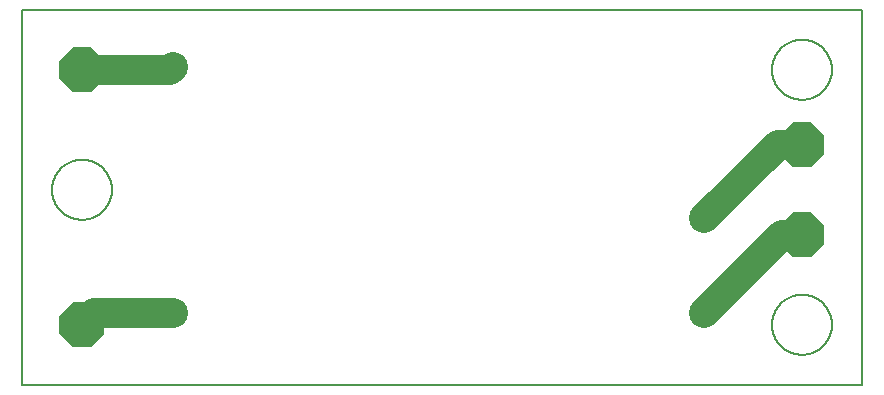
<source format=gtl>
G75*
%MOIN*%
%OFA0B0*%
%FSLAX25Y25*%
%IPPOS*%
%LPD*%
%AMOC8*
5,1,8,0,0,1.08239X$1,22.5*
%
%ADD10C,0.00600*%
%ADD11C,0.00500*%
%ADD12C,0.10000*%
%ADD13OC8,0.15000*%
%ADD14C,0.10000*%
D10*
X0001300Y0001300D02*
X0281300Y0001300D01*
X0281300Y0126300D01*
X0001300Y0126300D01*
X0001300Y0001300D01*
D11*
X0011300Y0066300D02*
X0011303Y0066545D01*
X0011312Y0066791D01*
X0011327Y0067036D01*
X0011348Y0067280D01*
X0011375Y0067524D01*
X0011408Y0067767D01*
X0011447Y0068010D01*
X0011492Y0068251D01*
X0011543Y0068491D01*
X0011600Y0068730D01*
X0011662Y0068967D01*
X0011731Y0069203D01*
X0011805Y0069437D01*
X0011885Y0069669D01*
X0011970Y0069899D01*
X0012061Y0070127D01*
X0012158Y0070352D01*
X0012260Y0070576D01*
X0012368Y0070796D01*
X0012481Y0071014D01*
X0012599Y0071229D01*
X0012723Y0071441D01*
X0012851Y0071650D01*
X0012985Y0071856D01*
X0013124Y0072058D01*
X0013268Y0072257D01*
X0013417Y0072452D01*
X0013570Y0072644D01*
X0013728Y0072832D01*
X0013890Y0073016D01*
X0014058Y0073195D01*
X0014229Y0073371D01*
X0014405Y0073542D01*
X0014584Y0073710D01*
X0014768Y0073872D01*
X0014956Y0074030D01*
X0015148Y0074183D01*
X0015343Y0074332D01*
X0015542Y0074476D01*
X0015744Y0074615D01*
X0015950Y0074749D01*
X0016159Y0074877D01*
X0016371Y0075001D01*
X0016586Y0075119D01*
X0016804Y0075232D01*
X0017024Y0075340D01*
X0017248Y0075442D01*
X0017473Y0075539D01*
X0017701Y0075630D01*
X0017931Y0075715D01*
X0018163Y0075795D01*
X0018397Y0075869D01*
X0018633Y0075938D01*
X0018870Y0076000D01*
X0019109Y0076057D01*
X0019349Y0076108D01*
X0019590Y0076153D01*
X0019833Y0076192D01*
X0020076Y0076225D01*
X0020320Y0076252D01*
X0020564Y0076273D01*
X0020809Y0076288D01*
X0021055Y0076297D01*
X0021300Y0076300D01*
X0021545Y0076297D01*
X0021791Y0076288D01*
X0022036Y0076273D01*
X0022280Y0076252D01*
X0022524Y0076225D01*
X0022767Y0076192D01*
X0023010Y0076153D01*
X0023251Y0076108D01*
X0023491Y0076057D01*
X0023730Y0076000D01*
X0023967Y0075938D01*
X0024203Y0075869D01*
X0024437Y0075795D01*
X0024669Y0075715D01*
X0024899Y0075630D01*
X0025127Y0075539D01*
X0025352Y0075442D01*
X0025576Y0075340D01*
X0025796Y0075232D01*
X0026014Y0075119D01*
X0026229Y0075001D01*
X0026441Y0074877D01*
X0026650Y0074749D01*
X0026856Y0074615D01*
X0027058Y0074476D01*
X0027257Y0074332D01*
X0027452Y0074183D01*
X0027644Y0074030D01*
X0027832Y0073872D01*
X0028016Y0073710D01*
X0028195Y0073542D01*
X0028371Y0073371D01*
X0028542Y0073195D01*
X0028710Y0073016D01*
X0028872Y0072832D01*
X0029030Y0072644D01*
X0029183Y0072452D01*
X0029332Y0072257D01*
X0029476Y0072058D01*
X0029615Y0071856D01*
X0029749Y0071650D01*
X0029877Y0071441D01*
X0030001Y0071229D01*
X0030119Y0071014D01*
X0030232Y0070796D01*
X0030340Y0070576D01*
X0030442Y0070352D01*
X0030539Y0070127D01*
X0030630Y0069899D01*
X0030715Y0069669D01*
X0030795Y0069437D01*
X0030869Y0069203D01*
X0030938Y0068967D01*
X0031000Y0068730D01*
X0031057Y0068491D01*
X0031108Y0068251D01*
X0031153Y0068010D01*
X0031192Y0067767D01*
X0031225Y0067524D01*
X0031252Y0067280D01*
X0031273Y0067036D01*
X0031288Y0066791D01*
X0031297Y0066545D01*
X0031300Y0066300D01*
X0031297Y0066055D01*
X0031288Y0065809D01*
X0031273Y0065564D01*
X0031252Y0065320D01*
X0031225Y0065076D01*
X0031192Y0064833D01*
X0031153Y0064590D01*
X0031108Y0064349D01*
X0031057Y0064109D01*
X0031000Y0063870D01*
X0030938Y0063633D01*
X0030869Y0063397D01*
X0030795Y0063163D01*
X0030715Y0062931D01*
X0030630Y0062701D01*
X0030539Y0062473D01*
X0030442Y0062248D01*
X0030340Y0062024D01*
X0030232Y0061804D01*
X0030119Y0061586D01*
X0030001Y0061371D01*
X0029877Y0061159D01*
X0029749Y0060950D01*
X0029615Y0060744D01*
X0029476Y0060542D01*
X0029332Y0060343D01*
X0029183Y0060148D01*
X0029030Y0059956D01*
X0028872Y0059768D01*
X0028710Y0059584D01*
X0028542Y0059405D01*
X0028371Y0059229D01*
X0028195Y0059058D01*
X0028016Y0058890D01*
X0027832Y0058728D01*
X0027644Y0058570D01*
X0027452Y0058417D01*
X0027257Y0058268D01*
X0027058Y0058124D01*
X0026856Y0057985D01*
X0026650Y0057851D01*
X0026441Y0057723D01*
X0026229Y0057599D01*
X0026014Y0057481D01*
X0025796Y0057368D01*
X0025576Y0057260D01*
X0025352Y0057158D01*
X0025127Y0057061D01*
X0024899Y0056970D01*
X0024669Y0056885D01*
X0024437Y0056805D01*
X0024203Y0056731D01*
X0023967Y0056662D01*
X0023730Y0056600D01*
X0023491Y0056543D01*
X0023251Y0056492D01*
X0023010Y0056447D01*
X0022767Y0056408D01*
X0022524Y0056375D01*
X0022280Y0056348D01*
X0022036Y0056327D01*
X0021791Y0056312D01*
X0021545Y0056303D01*
X0021300Y0056300D01*
X0021055Y0056303D01*
X0020809Y0056312D01*
X0020564Y0056327D01*
X0020320Y0056348D01*
X0020076Y0056375D01*
X0019833Y0056408D01*
X0019590Y0056447D01*
X0019349Y0056492D01*
X0019109Y0056543D01*
X0018870Y0056600D01*
X0018633Y0056662D01*
X0018397Y0056731D01*
X0018163Y0056805D01*
X0017931Y0056885D01*
X0017701Y0056970D01*
X0017473Y0057061D01*
X0017248Y0057158D01*
X0017024Y0057260D01*
X0016804Y0057368D01*
X0016586Y0057481D01*
X0016371Y0057599D01*
X0016159Y0057723D01*
X0015950Y0057851D01*
X0015744Y0057985D01*
X0015542Y0058124D01*
X0015343Y0058268D01*
X0015148Y0058417D01*
X0014956Y0058570D01*
X0014768Y0058728D01*
X0014584Y0058890D01*
X0014405Y0059058D01*
X0014229Y0059229D01*
X0014058Y0059405D01*
X0013890Y0059584D01*
X0013728Y0059768D01*
X0013570Y0059956D01*
X0013417Y0060148D01*
X0013268Y0060343D01*
X0013124Y0060542D01*
X0012985Y0060744D01*
X0012851Y0060950D01*
X0012723Y0061159D01*
X0012599Y0061371D01*
X0012481Y0061586D01*
X0012368Y0061804D01*
X0012260Y0062024D01*
X0012158Y0062248D01*
X0012061Y0062473D01*
X0011970Y0062701D01*
X0011885Y0062931D01*
X0011805Y0063163D01*
X0011731Y0063397D01*
X0011662Y0063633D01*
X0011600Y0063870D01*
X0011543Y0064109D01*
X0011492Y0064349D01*
X0011447Y0064590D01*
X0011408Y0064833D01*
X0011375Y0065076D01*
X0011348Y0065320D01*
X0011327Y0065564D01*
X0011312Y0065809D01*
X0011303Y0066055D01*
X0011300Y0066300D01*
X0251300Y0106300D02*
X0251303Y0106545D01*
X0251312Y0106791D01*
X0251327Y0107036D01*
X0251348Y0107280D01*
X0251375Y0107524D01*
X0251408Y0107767D01*
X0251447Y0108010D01*
X0251492Y0108251D01*
X0251543Y0108491D01*
X0251600Y0108730D01*
X0251662Y0108967D01*
X0251731Y0109203D01*
X0251805Y0109437D01*
X0251885Y0109669D01*
X0251970Y0109899D01*
X0252061Y0110127D01*
X0252158Y0110352D01*
X0252260Y0110576D01*
X0252368Y0110796D01*
X0252481Y0111014D01*
X0252599Y0111229D01*
X0252723Y0111441D01*
X0252851Y0111650D01*
X0252985Y0111856D01*
X0253124Y0112058D01*
X0253268Y0112257D01*
X0253417Y0112452D01*
X0253570Y0112644D01*
X0253728Y0112832D01*
X0253890Y0113016D01*
X0254058Y0113195D01*
X0254229Y0113371D01*
X0254405Y0113542D01*
X0254584Y0113710D01*
X0254768Y0113872D01*
X0254956Y0114030D01*
X0255148Y0114183D01*
X0255343Y0114332D01*
X0255542Y0114476D01*
X0255744Y0114615D01*
X0255950Y0114749D01*
X0256159Y0114877D01*
X0256371Y0115001D01*
X0256586Y0115119D01*
X0256804Y0115232D01*
X0257024Y0115340D01*
X0257248Y0115442D01*
X0257473Y0115539D01*
X0257701Y0115630D01*
X0257931Y0115715D01*
X0258163Y0115795D01*
X0258397Y0115869D01*
X0258633Y0115938D01*
X0258870Y0116000D01*
X0259109Y0116057D01*
X0259349Y0116108D01*
X0259590Y0116153D01*
X0259833Y0116192D01*
X0260076Y0116225D01*
X0260320Y0116252D01*
X0260564Y0116273D01*
X0260809Y0116288D01*
X0261055Y0116297D01*
X0261300Y0116300D01*
X0261545Y0116297D01*
X0261791Y0116288D01*
X0262036Y0116273D01*
X0262280Y0116252D01*
X0262524Y0116225D01*
X0262767Y0116192D01*
X0263010Y0116153D01*
X0263251Y0116108D01*
X0263491Y0116057D01*
X0263730Y0116000D01*
X0263967Y0115938D01*
X0264203Y0115869D01*
X0264437Y0115795D01*
X0264669Y0115715D01*
X0264899Y0115630D01*
X0265127Y0115539D01*
X0265352Y0115442D01*
X0265576Y0115340D01*
X0265796Y0115232D01*
X0266014Y0115119D01*
X0266229Y0115001D01*
X0266441Y0114877D01*
X0266650Y0114749D01*
X0266856Y0114615D01*
X0267058Y0114476D01*
X0267257Y0114332D01*
X0267452Y0114183D01*
X0267644Y0114030D01*
X0267832Y0113872D01*
X0268016Y0113710D01*
X0268195Y0113542D01*
X0268371Y0113371D01*
X0268542Y0113195D01*
X0268710Y0113016D01*
X0268872Y0112832D01*
X0269030Y0112644D01*
X0269183Y0112452D01*
X0269332Y0112257D01*
X0269476Y0112058D01*
X0269615Y0111856D01*
X0269749Y0111650D01*
X0269877Y0111441D01*
X0270001Y0111229D01*
X0270119Y0111014D01*
X0270232Y0110796D01*
X0270340Y0110576D01*
X0270442Y0110352D01*
X0270539Y0110127D01*
X0270630Y0109899D01*
X0270715Y0109669D01*
X0270795Y0109437D01*
X0270869Y0109203D01*
X0270938Y0108967D01*
X0271000Y0108730D01*
X0271057Y0108491D01*
X0271108Y0108251D01*
X0271153Y0108010D01*
X0271192Y0107767D01*
X0271225Y0107524D01*
X0271252Y0107280D01*
X0271273Y0107036D01*
X0271288Y0106791D01*
X0271297Y0106545D01*
X0271300Y0106300D01*
X0271297Y0106055D01*
X0271288Y0105809D01*
X0271273Y0105564D01*
X0271252Y0105320D01*
X0271225Y0105076D01*
X0271192Y0104833D01*
X0271153Y0104590D01*
X0271108Y0104349D01*
X0271057Y0104109D01*
X0271000Y0103870D01*
X0270938Y0103633D01*
X0270869Y0103397D01*
X0270795Y0103163D01*
X0270715Y0102931D01*
X0270630Y0102701D01*
X0270539Y0102473D01*
X0270442Y0102248D01*
X0270340Y0102024D01*
X0270232Y0101804D01*
X0270119Y0101586D01*
X0270001Y0101371D01*
X0269877Y0101159D01*
X0269749Y0100950D01*
X0269615Y0100744D01*
X0269476Y0100542D01*
X0269332Y0100343D01*
X0269183Y0100148D01*
X0269030Y0099956D01*
X0268872Y0099768D01*
X0268710Y0099584D01*
X0268542Y0099405D01*
X0268371Y0099229D01*
X0268195Y0099058D01*
X0268016Y0098890D01*
X0267832Y0098728D01*
X0267644Y0098570D01*
X0267452Y0098417D01*
X0267257Y0098268D01*
X0267058Y0098124D01*
X0266856Y0097985D01*
X0266650Y0097851D01*
X0266441Y0097723D01*
X0266229Y0097599D01*
X0266014Y0097481D01*
X0265796Y0097368D01*
X0265576Y0097260D01*
X0265352Y0097158D01*
X0265127Y0097061D01*
X0264899Y0096970D01*
X0264669Y0096885D01*
X0264437Y0096805D01*
X0264203Y0096731D01*
X0263967Y0096662D01*
X0263730Y0096600D01*
X0263491Y0096543D01*
X0263251Y0096492D01*
X0263010Y0096447D01*
X0262767Y0096408D01*
X0262524Y0096375D01*
X0262280Y0096348D01*
X0262036Y0096327D01*
X0261791Y0096312D01*
X0261545Y0096303D01*
X0261300Y0096300D01*
X0261055Y0096303D01*
X0260809Y0096312D01*
X0260564Y0096327D01*
X0260320Y0096348D01*
X0260076Y0096375D01*
X0259833Y0096408D01*
X0259590Y0096447D01*
X0259349Y0096492D01*
X0259109Y0096543D01*
X0258870Y0096600D01*
X0258633Y0096662D01*
X0258397Y0096731D01*
X0258163Y0096805D01*
X0257931Y0096885D01*
X0257701Y0096970D01*
X0257473Y0097061D01*
X0257248Y0097158D01*
X0257024Y0097260D01*
X0256804Y0097368D01*
X0256586Y0097481D01*
X0256371Y0097599D01*
X0256159Y0097723D01*
X0255950Y0097851D01*
X0255744Y0097985D01*
X0255542Y0098124D01*
X0255343Y0098268D01*
X0255148Y0098417D01*
X0254956Y0098570D01*
X0254768Y0098728D01*
X0254584Y0098890D01*
X0254405Y0099058D01*
X0254229Y0099229D01*
X0254058Y0099405D01*
X0253890Y0099584D01*
X0253728Y0099768D01*
X0253570Y0099956D01*
X0253417Y0100148D01*
X0253268Y0100343D01*
X0253124Y0100542D01*
X0252985Y0100744D01*
X0252851Y0100950D01*
X0252723Y0101159D01*
X0252599Y0101371D01*
X0252481Y0101586D01*
X0252368Y0101804D01*
X0252260Y0102024D01*
X0252158Y0102248D01*
X0252061Y0102473D01*
X0251970Y0102701D01*
X0251885Y0102931D01*
X0251805Y0103163D01*
X0251731Y0103397D01*
X0251662Y0103633D01*
X0251600Y0103870D01*
X0251543Y0104109D01*
X0251492Y0104349D01*
X0251447Y0104590D01*
X0251408Y0104833D01*
X0251375Y0105076D01*
X0251348Y0105320D01*
X0251327Y0105564D01*
X0251312Y0105809D01*
X0251303Y0106055D01*
X0251300Y0106300D01*
X0251300Y0021300D02*
X0251303Y0021545D01*
X0251312Y0021791D01*
X0251327Y0022036D01*
X0251348Y0022280D01*
X0251375Y0022524D01*
X0251408Y0022767D01*
X0251447Y0023010D01*
X0251492Y0023251D01*
X0251543Y0023491D01*
X0251600Y0023730D01*
X0251662Y0023967D01*
X0251731Y0024203D01*
X0251805Y0024437D01*
X0251885Y0024669D01*
X0251970Y0024899D01*
X0252061Y0025127D01*
X0252158Y0025352D01*
X0252260Y0025576D01*
X0252368Y0025796D01*
X0252481Y0026014D01*
X0252599Y0026229D01*
X0252723Y0026441D01*
X0252851Y0026650D01*
X0252985Y0026856D01*
X0253124Y0027058D01*
X0253268Y0027257D01*
X0253417Y0027452D01*
X0253570Y0027644D01*
X0253728Y0027832D01*
X0253890Y0028016D01*
X0254058Y0028195D01*
X0254229Y0028371D01*
X0254405Y0028542D01*
X0254584Y0028710D01*
X0254768Y0028872D01*
X0254956Y0029030D01*
X0255148Y0029183D01*
X0255343Y0029332D01*
X0255542Y0029476D01*
X0255744Y0029615D01*
X0255950Y0029749D01*
X0256159Y0029877D01*
X0256371Y0030001D01*
X0256586Y0030119D01*
X0256804Y0030232D01*
X0257024Y0030340D01*
X0257248Y0030442D01*
X0257473Y0030539D01*
X0257701Y0030630D01*
X0257931Y0030715D01*
X0258163Y0030795D01*
X0258397Y0030869D01*
X0258633Y0030938D01*
X0258870Y0031000D01*
X0259109Y0031057D01*
X0259349Y0031108D01*
X0259590Y0031153D01*
X0259833Y0031192D01*
X0260076Y0031225D01*
X0260320Y0031252D01*
X0260564Y0031273D01*
X0260809Y0031288D01*
X0261055Y0031297D01*
X0261300Y0031300D01*
X0261545Y0031297D01*
X0261791Y0031288D01*
X0262036Y0031273D01*
X0262280Y0031252D01*
X0262524Y0031225D01*
X0262767Y0031192D01*
X0263010Y0031153D01*
X0263251Y0031108D01*
X0263491Y0031057D01*
X0263730Y0031000D01*
X0263967Y0030938D01*
X0264203Y0030869D01*
X0264437Y0030795D01*
X0264669Y0030715D01*
X0264899Y0030630D01*
X0265127Y0030539D01*
X0265352Y0030442D01*
X0265576Y0030340D01*
X0265796Y0030232D01*
X0266014Y0030119D01*
X0266229Y0030001D01*
X0266441Y0029877D01*
X0266650Y0029749D01*
X0266856Y0029615D01*
X0267058Y0029476D01*
X0267257Y0029332D01*
X0267452Y0029183D01*
X0267644Y0029030D01*
X0267832Y0028872D01*
X0268016Y0028710D01*
X0268195Y0028542D01*
X0268371Y0028371D01*
X0268542Y0028195D01*
X0268710Y0028016D01*
X0268872Y0027832D01*
X0269030Y0027644D01*
X0269183Y0027452D01*
X0269332Y0027257D01*
X0269476Y0027058D01*
X0269615Y0026856D01*
X0269749Y0026650D01*
X0269877Y0026441D01*
X0270001Y0026229D01*
X0270119Y0026014D01*
X0270232Y0025796D01*
X0270340Y0025576D01*
X0270442Y0025352D01*
X0270539Y0025127D01*
X0270630Y0024899D01*
X0270715Y0024669D01*
X0270795Y0024437D01*
X0270869Y0024203D01*
X0270938Y0023967D01*
X0271000Y0023730D01*
X0271057Y0023491D01*
X0271108Y0023251D01*
X0271153Y0023010D01*
X0271192Y0022767D01*
X0271225Y0022524D01*
X0271252Y0022280D01*
X0271273Y0022036D01*
X0271288Y0021791D01*
X0271297Y0021545D01*
X0271300Y0021300D01*
X0271297Y0021055D01*
X0271288Y0020809D01*
X0271273Y0020564D01*
X0271252Y0020320D01*
X0271225Y0020076D01*
X0271192Y0019833D01*
X0271153Y0019590D01*
X0271108Y0019349D01*
X0271057Y0019109D01*
X0271000Y0018870D01*
X0270938Y0018633D01*
X0270869Y0018397D01*
X0270795Y0018163D01*
X0270715Y0017931D01*
X0270630Y0017701D01*
X0270539Y0017473D01*
X0270442Y0017248D01*
X0270340Y0017024D01*
X0270232Y0016804D01*
X0270119Y0016586D01*
X0270001Y0016371D01*
X0269877Y0016159D01*
X0269749Y0015950D01*
X0269615Y0015744D01*
X0269476Y0015542D01*
X0269332Y0015343D01*
X0269183Y0015148D01*
X0269030Y0014956D01*
X0268872Y0014768D01*
X0268710Y0014584D01*
X0268542Y0014405D01*
X0268371Y0014229D01*
X0268195Y0014058D01*
X0268016Y0013890D01*
X0267832Y0013728D01*
X0267644Y0013570D01*
X0267452Y0013417D01*
X0267257Y0013268D01*
X0267058Y0013124D01*
X0266856Y0012985D01*
X0266650Y0012851D01*
X0266441Y0012723D01*
X0266229Y0012599D01*
X0266014Y0012481D01*
X0265796Y0012368D01*
X0265576Y0012260D01*
X0265352Y0012158D01*
X0265127Y0012061D01*
X0264899Y0011970D01*
X0264669Y0011885D01*
X0264437Y0011805D01*
X0264203Y0011731D01*
X0263967Y0011662D01*
X0263730Y0011600D01*
X0263491Y0011543D01*
X0263251Y0011492D01*
X0263010Y0011447D01*
X0262767Y0011408D01*
X0262524Y0011375D01*
X0262280Y0011348D01*
X0262036Y0011327D01*
X0261791Y0011312D01*
X0261545Y0011303D01*
X0261300Y0011300D01*
X0261055Y0011303D01*
X0260809Y0011312D01*
X0260564Y0011327D01*
X0260320Y0011348D01*
X0260076Y0011375D01*
X0259833Y0011408D01*
X0259590Y0011447D01*
X0259349Y0011492D01*
X0259109Y0011543D01*
X0258870Y0011600D01*
X0258633Y0011662D01*
X0258397Y0011731D01*
X0258163Y0011805D01*
X0257931Y0011885D01*
X0257701Y0011970D01*
X0257473Y0012061D01*
X0257248Y0012158D01*
X0257024Y0012260D01*
X0256804Y0012368D01*
X0256586Y0012481D01*
X0256371Y0012599D01*
X0256159Y0012723D01*
X0255950Y0012851D01*
X0255744Y0012985D01*
X0255542Y0013124D01*
X0255343Y0013268D01*
X0255148Y0013417D01*
X0254956Y0013570D01*
X0254768Y0013728D01*
X0254584Y0013890D01*
X0254405Y0014058D01*
X0254229Y0014229D01*
X0254058Y0014405D01*
X0253890Y0014584D01*
X0253728Y0014768D01*
X0253570Y0014956D01*
X0253417Y0015148D01*
X0253268Y0015343D01*
X0253124Y0015542D01*
X0252985Y0015744D01*
X0252851Y0015950D01*
X0252723Y0016159D01*
X0252599Y0016371D01*
X0252481Y0016586D01*
X0252368Y0016804D01*
X0252260Y0017024D01*
X0252158Y0017248D01*
X0252061Y0017473D01*
X0251970Y0017701D01*
X0251885Y0017931D01*
X0251805Y0018163D01*
X0251731Y0018397D01*
X0251662Y0018633D01*
X0251600Y0018870D01*
X0251543Y0019109D01*
X0251492Y0019349D01*
X0251447Y0019590D01*
X0251408Y0019833D01*
X0251375Y0020076D01*
X0251348Y0020320D01*
X0251327Y0020564D01*
X0251312Y0020809D01*
X0251303Y0021055D01*
X0251300Y0021300D01*
D12*
X0228702Y0025355D03*
X0228702Y0056851D03*
X0051536Y0025355D03*
X0051536Y0107245D03*
D13*
X0021300Y0106300D03*
X0021300Y0021300D03*
X0261300Y0051300D03*
X0261300Y0081300D03*
D14*
X0253150Y0081300D01*
X0228702Y0056851D01*
X0254646Y0051300D02*
X0261300Y0051300D01*
X0254646Y0051300D02*
X0228702Y0025355D01*
X0051536Y0025355D02*
X0025355Y0025355D01*
X0021300Y0021300D01*
X0021300Y0106300D02*
X0050591Y0106300D01*
X0051536Y0107245D01*
M02*

</source>
